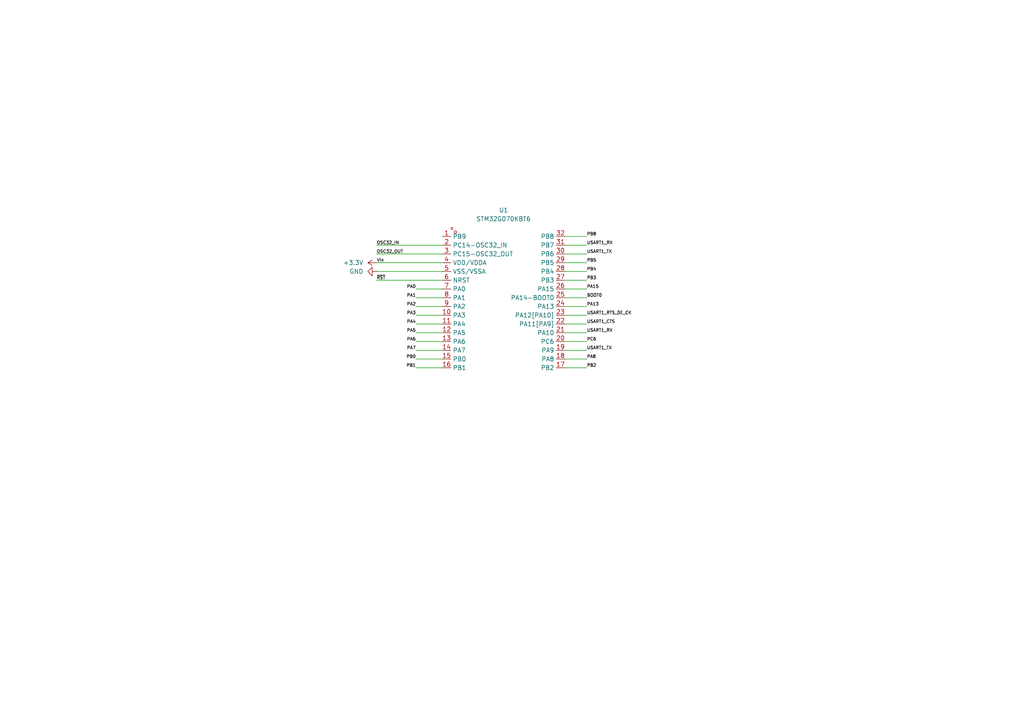
<source format=kicad_sch>
(kicad_sch (version 20250114) (generator "eeschema") (generator_version "9.0")
  (paper "A4")
  (lib_symbols
    (symbol "EasyEDA:STM32G070KBT6"
      (property "Reference" "U" (at 0 24.13 0))
      (property "Value" "STM32G070KBT6" (at 0 -24.13 0))
      (symbol "STM32G070KBT6_0_1"
        (rectangle (start -15.24 21.59) (end -14.73 21.08) (fill (type background)))
        (circle (center -13.97 20.32) (radius 0.38))
        (pin unspecified line (at -17.78 19.05 0) (length 2.54) (name "PB9") (number "1"))
        (pin unspecified line (at -17.78 16.51 0) (length 2.54) (name "PC14-OSC32_IN") (number "2"))
        (pin unspecified line (at -17.78 13.97 0) (length 2.54) (name "PC15-OSC32_OUT") (number "3"))
        (pin unspecified line (at -17.78 11.43 0) (length 2.54) (name "VDD/VDDA") (number "4"))
        (pin unspecified line (at -17.78 8.89 0) (length 2.54) (name "VSS/VSSA") (number "5"))
        (pin unspecified line (at -17.78 6.35 0) (length 2.54) (name "NRST") (number "6"))
        (pin unspecified line (at -17.78 3.81 0) (length 2.54) (name "PA0") (number "7"))
        (pin unspecified line (at -17.78 1.27 0) (length 2.54) (name "PA1") (number "8"))
        (pin unspecified line (at -17.78 -1.27 0) (length 2.54) (name "PA2") (number "9"))
        (pin unspecified line (at -17.78 -3.81 0) (length 2.54) (name "PA3") (number "10"))
        (pin unspecified line (at -17.78 -6.35 0) (length 2.54) (name "PA4") (number "11"))
        (pin unspecified line (at -17.78 -8.89 0) (length 2.54) (name "PA5") (number "12"))
        (pin unspecified line (at -17.78 -11.43 0) (length 2.54) (name "PA6") (number "13"))
        (pin unspecified line (at -17.78 -13.97 0) (length 2.54) (name "PA7") (number "14"))
        (pin unspecified line (at -17.78 -16.51 0) (length 2.54) (name "PB0") (number "15"))
        (pin unspecified line (at -17.78 -19.05 0) (length 2.54) (name "PB1") (number "16"))
        (pin unspecified line (at 17.78 19.05 180) (length 2.54) (name "PB8") (number "32"))
        (pin unspecified line (at 17.78 16.51 180) (length 2.54) (name "PB7") (number "31"))
        (pin unspecified line (at 17.78 13.97 180) (length 2.54) (name "PB6") (number "30"))
        (pin unspecified line (at 17.78 11.43 180) (length 2.54) (name "PB5") (number "29"))
        (pin unspecified line (at 17.78 8.89 180) (length 2.54) (name "PB4") (number "28"))
        (pin unspecified line (at 17.78 6.35 180) (length 2.54) (name "PB3") (number "27"))
        (pin unspecified line (at 17.78 3.81 180) (length 2.54) (name "PA15") (number "26"))
        (pin unspecified line (at 17.78 1.27 180) (length 2.54) (name "PA14-BOOT0") (number "25"))
        (pin unspecified line (at 17.78 -1.27 180) (length 2.54) (name "PA13") (number "24"))
        (pin unspecified line (at 17.78 -3.81 180) (length 2.54) (name "PA12[PA10]") (number "23"))
        (pin unspecified line (at 17.78 -6.35 180) (length 2.54) (name "PA11[PA9]") (number "22"))
        (pin unspecified line (at 17.78 -8.89 180) (length 2.54) (name "PA10") (number "21"))
        (pin unspecified line (at 17.78 -11.43 180) (length 2.54) (name "PC6") (number "20"))
        (pin unspecified line (at 17.78 -13.97 180) (length 2.54) (name "PA9") (number "19"))
        (pin unspecified line (at 17.78 -16.51 180) (length 2.54) (name "PA8") (number "18"))
        (pin unspecified line (at 17.78 -19.05 180) (length 2.54) (name "PB2") (number "17"))
      )
    )
    (symbol "power:+3.3V" (power) (pin_numbers (hide yes)) (pin_names (offset 0) (hide yes))
      (property "Value" "+3.3V" (at 0 3.556 0))
      (symbol "+3.3V_0_1"
        (polyline (pts (xy -0.762 1.27) (xy 0 2.54)))
        (polyline (pts (xy 0 2.54) (xy 0.762 1.27)))
        (polyline (pts (xy 0 0) (xy 0 2.54)))
      )
      (symbol "+3.3V_1_1"
        (pin power_in line (at 0 0 90) (length 0) (name "~") (number "1"))
      )
    )
    (symbol "power:GND" (power) (pin_numbers (hide yes)) (pin_names (offset 0) (hide yes))
      (property "Value" "GND" (at 0 -3.81 0))
      (symbol "GND_0_1"
        (polyline (pts (xy 0 0) (xy 0 -1.27) (xy 1.27 -1.27) (xy 0 -2.54) (xy -1.27 -1.27) (xy 0 -1.27)))
      )
      (symbol "GND_1_1"
        (pin power_in line (at 0 0 270) (length 0) (name "~") (number "1"))
      )
    )
  )
  (wire (pts (xy 170.18 83.82) (xy 163.83 83.82)))
  (wire (pts (xy 120.65 96.52) (xy 128.27 96.52)))
  (wire (pts (xy 170.18 101.6) (xy 163.83 101.6)))
  (wire (pts (xy 120.65 104.14) (xy 128.27 104.14)))
  (wire (pts (xy 170.18 78.74) (xy 163.83 78.74)))
  (wire (pts (xy 170.18 104.14) (xy 163.83 104.14)))
  (wire (pts (xy 170.18 99.06) (xy 163.83 99.06)))
  (wire (pts (xy 170.18 68.58) (xy 163.83 68.58)))
  (wire (pts (xy 120.65 88.9) (xy 128.27 88.9)))
  (wire (pts (xy 120.65 99.06) (xy 128.27 99.06)))
  (wire (pts (xy 109.22 78.74) (xy 128.27 78.74)))
  (wire (pts (xy 170.18 88.9) (xy 163.83 88.9)))
  (wire (pts (xy 120.65 101.6) (xy 128.27 101.6)))
  (wire (pts (xy 109.22 81.28) (xy 128.27 81.28)))
  (wire (pts (xy 109.22 71.12) (xy 128.27 71.12)))
  (wire (pts (xy 120.65 83.82) (xy 128.27 83.82)))
  (wire (pts (xy 170.18 86.36) (xy 163.83 86.36)))
  (wire (pts (xy 120.65 93.98) (xy 128.27 93.98)))
  (wire (pts (xy 170.18 71.12) (xy 163.83 71.12)))
  (wire (pts (xy 170.18 81.28) (xy 163.83 81.28)))
  (wire (pts (xy 120.65 86.36) (xy 128.27 86.36)))
  (wire (pts (xy 109.22 76.2) (xy 128.27 76.2)))
  (wire (pts (xy 170.18 76.2) (xy 163.83 76.2)))
  (wire (pts (xy 170.18 73.66) (xy 163.83 73.66)))
  (wire (pts (xy 120.65 106.68) (xy 128.27 106.68)))
  (wire (pts (xy 120.65 91.44) (xy 128.27 91.44)))
  (wire (pts (xy 170.18 106.68) (xy 163.83 106.68)))
  (wire (pts (xy 109.22 73.66) (xy 128.27 73.66)))
  (wire (pts (xy 170.18 96.52) (xy 163.83 96.52)))
  (wire (pts (xy 170.18 93.98) (xy 163.83 93.98)))
  (wire (pts (xy 170.18 91.44) (xy 163.83 91.44)))
  (label "USART1_TX" (at 170.18 101.6 0) (effects (font (size 0.889 0.889))))
  (label "Vin" (at 109.22 76.2 0) (effects (font (size 0.889 0.889))))
  (label "PB4" (at 170.18 78.74 0) (effects (font (size 0.889 0.889))))
  (label "PA0" (at 120.65 83.82 180) (effects (font (size 0.889 0.889))))
  (label "PA2" (at 120.65 88.9 180) (effects (font (size 0.889 0.889))))
  (label "PA7" (at 120.65 101.6 180) (effects (font (size 0.889 0.889))))
  (label "USART1_CTS" (at 170.18 93.98 0) (effects (font (size 0.889 0.889))))
  (label "OSC32_IN" (at 109.22 71.12 0) (effects (font (size 0.889 0.889))))
  (label "PA1" (at 120.65 86.36 180) (effects (font (size 0.889 0.889))))
  (label "PB5" (at 170.18 76.2 0) (effects (font (size 0.889 0.889))))
  (label "USART1_RX" (at 170.18 71.12 0) (effects (font (size 0.889 0.889))))
  (label "USART1_RX" (at 170.18 96.52 0) (effects (font (size 0.889 0.889))))
  (label "USART1_TX" (at 170.18 73.66 0) (effects (font (size 0.889 0.889))))
  (label "PA15" (at 170.18 83.82 0) (effects (font (size 0.889 0.889))))
  (label "PA8" (at 170.18 104.14 0) (effects (font (size 0.889 0.889))))
  (label "PA5" (at 120.65 96.52 180) (effects (font (size 0.889 0.889))))
  (label "~{RST}" (at 109.22 81.28 0) (effects (font (size 0.889 0.889))))
  (label "PA6" (at 120.65 99.06 180) (effects (font (size 0.889 0.889))))
  (label "PA3" (at 120.65 91.44 180) (effects (font (size 0.889 0.889))))
  (label "PB8" (at 170.18 68.58 0) (effects (font (size 0.889 0.889))))
  (label "PB0" (at 120.65 104.14 180) (effects (font (size 0.889 0.889))))
  (label "PA13" (at 170.18 88.9 0) (effects (font (size 0.889 0.889))))
  (label "BOOT0" (at 170.18 86.36 0) (effects (font (size 0.889 0.889))))
  (label "USART1_RTS_DE_CK" (at 170.18 91.44 0) (effects (font (size 0.889 0.889))))
  (label "PB3" (at 170.18 81.28 0) (effects (font (size 0.889 0.889))))
  (label "OSC32_OUT" (at 109.22 73.66 0) (effects (font (size 0.889 0.889))))
  (label "PC6" (at 170.18 99.06 0) (effects (font (size 0.889 0.889))))
  (label "PA4" (at 120.65 93.98 180) (effects (font (size 0.889 0.889))))
  (label "PB1" (at 120.65 106.68 180) (effects (font (size 0.889 0.889))))
  (label "PB2" (at 170.18 106.68 0) (effects (font (size 0.889 0.889))))
  (symbol (lib_id "power:+3.3V") (at 109.22 76.2 90) (unit 1)
    (property "Reference" "#PWR01" (effects (hide yes)))
    (property "Value" "+3.3V" (at 105.41 76.1999 90) (effects (justify left)))
    (property "Description" "Power symbol creates a global label with name \"+3.3V\"" (effects (hide yes)))
  )
  (symbol (lib_id "EasyEDA:STM32G070KBT6") (at 146.05 87.63 0) (unit 1)
    (property "Reference" "U1" (at 146.05 60.96 0))
    (property "Value" "STM32G070KBT6" (at 146.05 63.5 0))
    (property "Footprint" "EasyEDA:LQFP-32_L7.0-W7.0-P0.80-LS9.0-BL" (effects (hide yes)))
    (property "Datasheet" "https://lcsc.com/product-detail/ST-Microelectronics_STMicroelectronics-STM32G070KBT6_C529339.html" (effects (hide yes)))
    (property "LCSC Part" "C529339" (effects (hide yes)))
  )
  (symbol (lib_id "power:GND") (at 109.22 78.74 270) (unit 1)
    (property "Reference" "#PWR02" (effects (hide yes)))
    (property "Value" "GND" (at 105.41 78.7399 90) (effects (justify right)))
    (property "Description" "Power symbol creates a global label with name \"GND\" , ground" (effects (hide yes)))
  )
)
</source>
